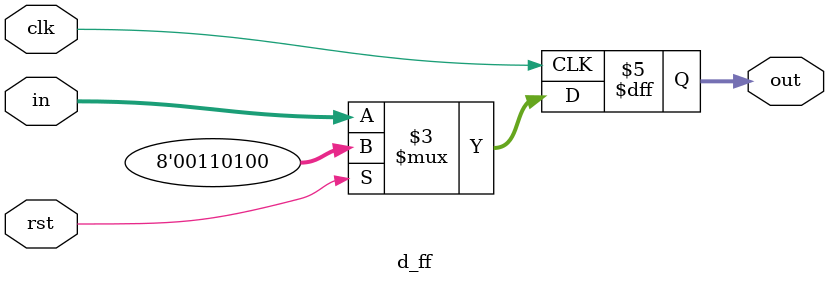
<source format=v>
module d_ff #(parameter Bitwidth=8)(input [Bitwidth-1:0] in,
                                     input clk,rst,output reg [Bitwidth-1:0] out);
    always@(negedge clk)begin
    if(rst) out<=8'h34;
    else
    out<=in;
    end       
                                      
endmodule

</source>
